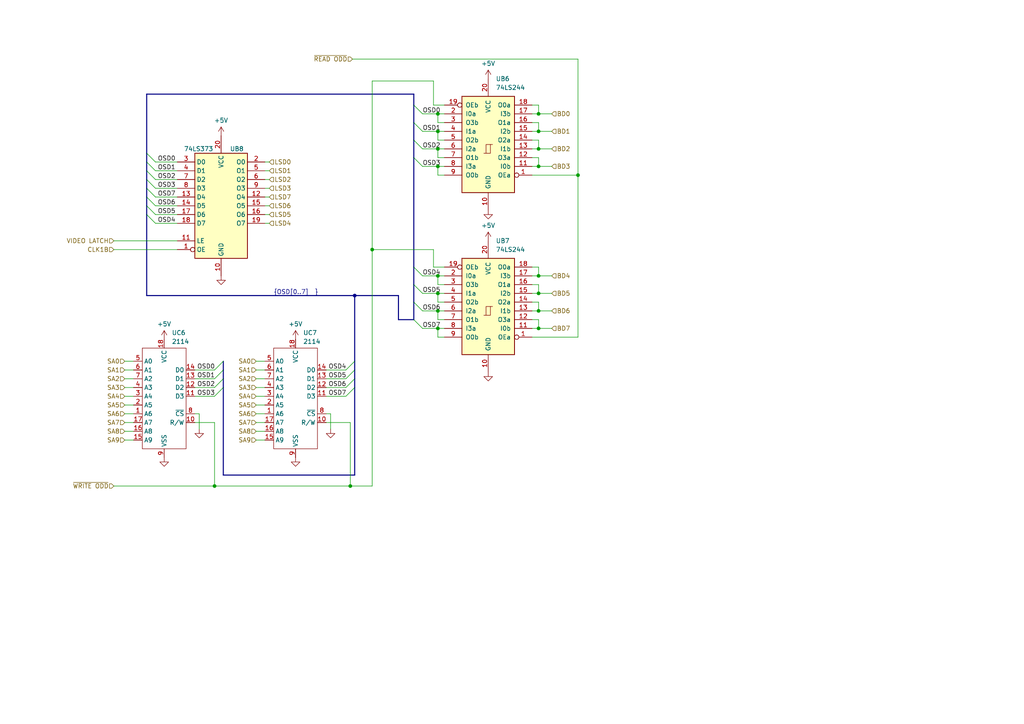
<source format=kicad_sch>
(kicad_sch (version 20250114) (generator "eeschema") (generator_version "9.0")
  (paper "A4")
  (title_block (title "Odd Display RAMs") (rev "E") (company "Commodore") (comment 1 "Logic Diagram Universal PET") (comment 2 "8032081-09") (comment 3 "http://www.zimmers.net/anonftp/pub/cbm/schematics/computers/pet/univ/8032081-09.gif"))
  (lib_symbols
    (symbol "2114_1"
      (property "Reference" "U" (at 8.89 10.16 0))
      (property "Value" "2114" (at -1.27 10.16 0))
      (symbol "2114_1_0_1"
        (rectangle (start -2.54 8.89) (end 10.16 -20.32))
      )
      (symbol "2114_1_1_1"
        (pin input line (at -5.08 5.08 0) (length 2.54) (name "A0") (number "5"))
        (pin input line (at -5.08 2.54 0) (length 2.54) (name "A1") (number "6"))
        (pin input line (at -5.08 0 0) (length 2.54) (name "A2") (number "7"))
        (pin input line (at -5.08 -2.54 0) (length 2.54) (name "A3") (number "4"))
        (pin input line (at -5.08 -5.08 0) (length 2.54) (name "A4") (number "3"))
        (pin input line (at -5.08 -7.62 0) (length 2.54) (name "A5") (number "2"))
        (pin input line (at -5.08 -10.16 0) (length 2.54) (name "A6") (number "1"))
        (pin input line (at -5.08 -12.7 0) (length 2.54) (name "A7") (number "17"))
        (pin input line (at -5.08 -15.24 0) (length 2.54) (name "A8") (number "16"))
        (pin input line (at -5.08 -17.78 0) (length 2.54) (name "A9") (number "15"))
        (pin power_in line (at 3.81 11.43 270) (length 2.54) (name "VCC") (number "18"))
        (pin power_in line (at 3.81 -22.86 90) (length 2.54) (name "VSS") (number "9"))
        (pin bidirectional line (at 12.7 2.54 180) (length 2.54) (name "D0") (number "14"))
        (pin bidirectional line (at 12.7 0 180) (length 2.54) (name "D1") (number "13"))
        (pin bidirectional line (at 12.7 -2.54 180) (length 2.54) (name "D2") (number "12"))
        (pin bidirectional line (at 12.7 -5.08 180) (length 2.54) (name "D3") (number "11"))
        (pin input line (at 12.7 -10.16 180) (length 2.54) (name "~{CS}") (number "8"))
        (pin input line (at 12.7 -12.7 180) (length 2.54) (name "R/W") (number "10"))
      )
    )
    (symbol "74xx:74LS373"
      (property "Reference" "U" (at -7.62 16.51 0))
      (property "Value" "74LS373" (at -7.62 -16.51 0))
      (symbol "74LS373_1_0"
        (pin input line (at -12.7 12.7 0) (length 5.08) (name "D0") (number "3"))
        (pin input line (at -12.7 10.16 0) (length 5.08) (name "D1") (number "4"))
        (pin input line (at -12.7 7.62 0) (length 5.08) (name "D2") (number "7"))
        (pin input line (at -12.7 5.08 0) (length 5.08) (name "D3") (number "8"))
        (pin input line (at -12.7 2.54 0) (length 5.08) (name "D4") (number "13"))
        (pin input line (at -12.7 0 0) (length 5.08) (name "D5") (number "14"))
        (pin input line (at -12.7 -2.54 0) (length 5.08) (name "D6") (number "17"))
        (pin input line (at -12.7 -5.08 0) (length 5.08) (name "D7") (number "18"))
        (pin input line (at -12.7 -10.16 0) (length 5.08) (name "LE") (number "11"))
        (pin input inverted (at -12.7 -12.7 0) (length 5.08) (name "OE") (number "1"))
        (pin power_in line (at 0 20.32 270) (length 5.08) (name "VCC") (number "20"))
        (pin power_in line (at 0 -20.32 90) (length 5.08) (name "GND") (number "10"))
        (pin tri_state line (at 12.7 12.7 180) (length 5.08) (name "O0") (number "2"))
        (pin tri_state line (at 12.7 10.16 180) (length 5.08) (name "O1") (number "5"))
        (pin tri_state line (at 12.7 7.62 180) (length 5.08) (name "O2") (number "6"))
        (pin tri_state line (at 12.7 5.08 180) (length 5.08) (name "O3") (number "9"))
        (pin tri_state line (at 12.7 2.54 180) (length 5.08) (name "O4") (number "12"))
        (pin tri_state line (at 12.7 0 180) (length 5.08) (name "O5") (number "15"))
        (pin tri_state line (at 12.7 -2.54 180) (length 5.08) (name "O6") (number "16"))
        (pin tri_state line (at 12.7 -5.08 180) (length 5.08) (name "O7") (number "19"))
      )
      (symbol "74LS373_1_1"
        (rectangle (start -7.62 15.24) (end 7.62 -15.24) (stroke (width 0.254)) (fill (type background)))
      )
    )
    (symbol "Logic:74LS244" (pin_names (offset 1.016))
      (property "Reference" "U" (at -7.62 16.51 0))
      (property "Value" "74LS244" (at 5.08 16.51 0))
      (symbol "74LS244_1_0"
        (polyline (pts (xy -1.27 -1.27) (xy 0.635 -1.27) (xy 0.635 1.27) (xy 1.27 1.27)))
        (polyline (pts (xy -0.635 -1.27) (xy -0.635 1.27) (xy 0.635 1.27)))
        (pin input inverted (at -12.7 12.7 0) (length 5.08) (name "OEb") (number "19"))
        (pin input line (at -12.7 10.16 0) (length 5.08) (name "I0a") (number "2"))
        (pin tri_state line (at -12.7 7.62 0) (length 5.08) (name "O3b") (number "3"))
        (pin input line (at -12.7 5.08 0) (length 5.08) (name "I1a") (number "4"))
        (pin tri_state line (at -12.7 2.54 0) (length 5.08) (name "O2b") (number "5"))
        (pin input line (at -12.7 0 0) (length 5.08) (name "I2a") (number "6"))
        (pin tri_state line (at -12.7 -2.54 0) (length 5.08) (name "O1b") (number "7"))
        (pin input line (at -12.7 -5.08 0) (length 5.08) (name "I3a") (number "8"))
        (pin tri_state line (at -12.7 -7.62 0) (length 5.08) (name "O0b") (number "9"))
        (pin power_in line (at 0 20.32 270) (length 5.08) (name "VCC") (number "20"))
        (pin power_in line (at 0 -17.78 90) (length 5.08) (name "GND") (number "10"))
        (pin tri_state line (at 12.7 12.7 180) (length 5.08) (name "O0a") (number "18"))
        (pin input line (at 12.7 10.16 180) (length 5.08) (name "I3b") (number "17"))
        (pin tri_state line (at 12.7 7.62 180) (length 5.08) (name "O1a") (number "16"))
        (pin input line (at 12.7 5.08 180) (length 5.08) (name "I2b") (number "15"))
        (pin tri_state line (at 12.7 2.54 180) (length 5.08) (name "O2a") (number "14"))
        (pin input line (at 12.7 0 180) (length 5.08) (name "I1b") (number "13"))
        (pin tri_state line (at 12.7 -2.54 180) (length 5.08) (name "O3a") (number "12"))
        (pin input line (at 12.7 -5.08 180) (length 5.08) (name "I0b") (number "11"))
        (pin input inverted (at 12.7 -7.62 180) (length 5.08) (name "OEa") (number "1"))
      )
      (symbol "74LS244_1_1"
        (rectangle (start -7.62 15.24) (end 7.62 -12.7) (stroke (width 0.254)) (fill (type background)))
      )
    )
    (symbol "power:+5V" (power) (pin_names (offset 0))
      (property "Value" "+5V" (at 0 3.556 0))
      (symbol "+5V_0_1"
        (polyline (pts (xy -0.762 1.27) (xy 0 2.54)))
        (polyline (pts (xy 0 2.54) (xy 0.762 1.27)))
        (polyline (pts (xy 0 0) (xy 0 2.54)))
      )
      (symbol "+5V_1_1"
        (pin power_in line (at 0 0 90) (length 0) (hide yes) (name "+5V") (number "1"))
      )
    )
    (symbol "power:GND" (power) (pin_names (offset 0))
      (property "Value" "GND" (at 0 -3.81 0))
      (symbol "GND_0_1"
        (polyline (pts (xy 0 0) (xy 0 -1.27) (xy 1.27 -1.27) (xy 0 -2.54) (xy -1.27 -1.27) (xy 0 -1.27)))
      )
      (symbol "GND_1_1"
        (pin power_in line (at 0 0 270) (length 0) (hide yes) (name "GND") (number "1"))
      )
    )
  )
  (junction (at 156.21 43.18))
  (junction (at 127 85.09))
  (junction (at 156.21 33.02))
  (junction (at 101.6 140.97))
  (junction (at 127 80.01))
  (junction (at 156.21 80.01))
  (junction (at 167.64 50.8))
  (junction (at 102.87 85.725))
  (junction (at 156.21 90.17))
  (junction (at 127 33.02))
  (junction (at 156.21 48.26))
  (junction (at 127 43.18))
  (junction (at 156.21 38.1))
  (junction (at 127 48.26))
  (junction (at 107.95 72.39))
  (junction (at 127 95.25))
  (junction (at 62.23 140.97))
  (junction (at 127 90.17))
  (junction (at 127 38.1))
  (junction (at 156.21 95.25))
  (junction (at 156.21 85.09))
  (bus_entry (at 42.545 44.45) (size 2.54 2.54))
  (bus_entry (at 120.015 87.63) (size 2.54 2.54))
  (bus_entry (at 42.545 62.23) (size 2.54 2.54))
  (bus_entry (at 100.33 114.935) (size 2.54 -2.54))
  (bus_entry (at 120.015 40.64) (size 2.54 2.54))
  (bus_entry (at 42.545 59.69) (size 2.54 2.54))
  (bus_entry (at 62.23 109.855) (size 2.54 -2.54))
  (bus_entry (at 62.23 112.395) (size 2.54 -2.54))
  (bus_entry (at 62.23 114.935) (size 2.54 -2.54))
  (bus_entry (at 62.23 107.315) (size 2.54 -2.54))
  (bus_entry (at 100.33 109.855) (size 2.54 -2.54))
  (bus_entry (at 120.015 82.55) (size 2.54 2.54))
  (bus_entry (at 42.545 57.15) (size 2.54 2.54))
  (bus_entry (at 42.545 46.99) (size 2.54 2.54))
  (bus_entry (at 42.545 49.53) (size 2.54 2.54))
  (bus_entry (at 120.015 92.71) (size 2.54 2.54))
  (bus_entry (at 120.015 45.72) (size 2.54 2.54))
  (bus_entry (at 100.33 107.315) (size 2.54 -2.54))
  (bus_entry (at 120.015 35.56) (size 2.54 2.54))
  (bus_entry (at 42.545 54.61) (size 2.54 2.54))
  (bus_entry (at 100.33 112.395) (size 2.54 -2.54))
  (bus_entry (at 120.015 77.47) (size 2.54 2.54))
  (bus_entry (at 42.545 52.07) (size 2.54 2.54))
  (bus_entry (at 120.015 30.48) (size 2.54 2.54))
  (bus (pts (xy 115.57 85.725) (xy 115.57 92.71)))
  (wire (pts (xy 45.085 64.77) (xy 51.435 64.77)))
  (wire (pts (xy 78.105 57.15) (xy 76.835 57.15)))
  (bus (pts (xy 42.545 59.69) (xy 42.545 62.23)))
  (wire (pts (xy 127 85.09) (xy 127 87.63)))
  (wire (pts (xy 122.555 33.02) (xy 127 33.02)))
  (wire (pts (xy 154.305 90.17) (xy 156.21 90.17)))
  (wire (pts (xy 107.95 72.39) (xy 125.73 72.39)))
  (wire (pts (xy 125.73 30.48) (xy 128.905 30.48)))
  (wire (pts (xy 57.785 124.46) (xy 57.785 120.015)))
  (wire (pts (xy 156.21 95.25) (xy 160.02 95.25)))
  (wire (pts (xy 127 90.17) (xy 128.905 90.17)))
  (wire (pts (xy 94.615 114.935) (xy 100.33 114.935)))
  (wire (pts (xy 122.555 48.26) (xy 127 48.26)))
  (wire (pts (xy 94.615 107.315) (xy 100.33 107.315)))
  (wire (pts (xy 127 90.17) (xy 127 92.71)))
  (wire (pts (xy 94.615 109.855) (xy 100.33 109.855)))
  (wire (pts (xy 156.21 87.63) (xy 156.21 90.17)))
  (wire (pts (xy 127 43.18) (xy 128.905 43.18)))
  (wire (pts (xy 36.195 122.555) (xy 38.735 122.555)))
  (wire (pts (xy 156.21 85.09) (xy 160.02 85.09)))
  (wire (pts (xy 156.21 33.02) (xy 160.02 33.02)))
  (wire (pts (xy 127 87.63) (xy 128.905 87.63)))
  (wire (pts (xy 154.305 92.71) (xy 156.21 92.71)))
  (wire (pts (xy 154.305 77.47) (xy 156.21 77.47)))
  (wire (pts (xy 36.195 114.935) (xy 38.735 114.935)))
  (wire (pts (xy 156.21 40.64) (xy 156.21 43.18)))
  (bus (pts (xy 120.015 87.63) (xy 120.015 82.55)))
  (wire (pts (xy 78.105 49.53) (xy 76.835 49.53)))
  (wire (pts (xy 74.295 109.855) (xy 76.835 109.855)))
  (bus (pts (xy 102.87 109.855) (xy 102.87 112.395)))
  (wire (pts (xy 156.21 45.72) (xy 156.21 48.26)))
  (wire (pts (xy 74.295 120.015) (xy 76.835 120.015)))
  (wire (pts (xy 127 43.18) (xy 127 45.72)))
  (wire (pts (xy 127 95.25) (xy 127 97.79)))
  (wire (pts (xy 128.905 48.26) (xy 127 48.26)))
  (wire (pts (xy 156.21 35.56) (xy 156.21 38.1)))
  (wire (pts (xy 127 50.8) (xy 128.905 50.8)))
  (bus (pts (xy 42.545 44.45) (xy 42.545 46.99)))
  (wire (pts (xy 127 97.79) (xy 128.905 97.79)))
  (wire (pts (xy 156.21 30.48) (xy 156.21 33.02)))
  (wire (pts (xy 156.21 95.25) (xy 154.305 95.25)))
  (wire (pts (xy 107.95 72.39) (xy 107.95 23.495)))
  (bus (pts (xy 120.015 30.48) (xy 120.015 27.305)))
  (wire (pts (xy 127 45.72) (xy 128.905 45.72)))
  (wire (pts (xy 101.6 122.555) (xy 101.6 140.97)))
  (wire (pts (xy 125.73 77.47) (xy 125.73 72.39)))
  (wire (pts (xy 156.21 90.17) (xy 160.02 90.17)))
  (wire (pts (xy 56.515 107.315) (xy 62.23 107.315)))
  (wire (pts (xy 167.64 50.8) (xy 154.305 50.8)))
  (wire (pts (xy 78.105 46.99) (xy 76.835 46.99)))
  (bus (pts (xy 64.77 104.775) (xy 64.77 107.315)))
  (wire (pts (xy 107.95 140.97) (xy 107.95 72.39)))
  (wire (pts (xy 33.02 140.97) (xy 62.23 140.97)))
  (bus (pts (xy 64.77 112.395) (xy 64.77 137.795)))
  (wire (pts (xy 36.195 125.095) (xy 38.735 125.095)))
  (wire (pts (xy 78.105 52.07) (xy 76.835 52.07)))
  (wire (pts (xy 36.195 112.395) (xy 38.735 112.395)))
  (bus (pts (xy 102.87 104.775) (xy 102.87 107.315)))
  (bus (pts (xy 42.545 54.61) (xy 42.545 57.15)))
  (wire (pts (xy 36.195 120.015) (xy 38.735 120.015)))
  (bus (pts (xy 102.87 112.395) (xy 102.87 137.795)))
  (wire (pts (xy 45.085 62.23) (xy 51.435 62.23)))
  (wire (pts (xy 78.105 59.69) (xy 76.835 59.69)))
  (wire (pts (xy 156.21 43.18) (xy 160.02 43.18)))
  (bus (pts (xy 42.545 85.725) (xy 102.87 85.725)))
  (wire (pts (xy 156.21 80.01) (xy 154.305 80.01)))
  (wire (pts (xy 156.21 48.26) (xy 154.305 48.26)))
  (wire (pts (xy 128.905 33.02) (xy 127 33.02)))
  (wire (pts (xy 45.085 54.61) (xy 51.435 54.61)))
  (bus (pts (xy 42.545 62.23) (xy 42.545 85.725)))
  (wire (pts (xy 94.615 112.395) (xy 100.33 112.395)))
  (wire (pts (xy 62.23 140.97) (xy 62.23 122.555)))
  (bus (pts (xy 120.015 77.47) (xy 120.015 45.72)))
  (wire (pts (xy 45.085 57.15) (xy 51.435 57.15)))
  (bus (pts (xy 42.545 52.07) (xy 42.545 54.61)))
  (bus (pts (xy 120.015 35.56) (xy 120.015 30.48)))
  (wire (pts (xy 57.785 120.015) (xy 56.515 120.015)))
  (wire (pts (xy 45.085 59.69) (xy 51.435 59.69)))
  (wire (pts (xy 74.295 104.775) (xy 76.835 104.775)))
  (wire (pts (xy 78.105 62.23) (xy 76.835 62.23)))
  (wire (pts (xy 45.085 46.99) (xy 51.435 46.99)))
  (wire (pts (xy 127 92.71) (xy 128.905 92.71)))
  (bus (pts (xy 42.545 49.53) (xy 42.545 52.07)))
  (wire (pts (xy 154.305 40.64) (xy 156.21 40.64)))
  (bus (pts (xy 102.87 85.725) (xy 102.87 104.775)))
  (wire (pts (xy 62.23 122.555) (xy 56.515 122.555)))
  (wire (pts (xy 62.23 140.97) (xy 101.6 140.97)))
  (wire (pts (xy 167.64 97.79) (xy 167.64 50.8)))
  (bus (pts (xy 120.015 45.72) (xy 120.015 40.64)))
  (wire (pts (xy 101.6 140.97) (xy 107.95 140.97)))
  (wire (pts (xy 33.02 69.85) (xy 51.435 69.85)))
  (wire (pts (xy 74.295 117.475) (xy 76.835 117.475)))
  (wire (pts (xy 74.295 127.635) (xy 76.835 127.635)))
  (wire (pts (xy 74.295 122.555) (xy 76.835 122.555)))
  (wire (pts (xy 127 82.55) (xy 128.905 82.55)))
  (wire (pts (xy 74.295 125.095) (xy 76.835 125.095)))
  (wire (pts (xy 127 33.02) (xy 127 35.56)))
  (wire (pts (xy 95.885 124.46) (xy 95.885 120.015)))
  (bus (pts (xy 42.545 27.305) (xy 42.545 44.45)))
  (wire (pts (xy 154.305 45.72) (xy 156.21 45.72)))
  (wire (pts (xy 127 35.56) (xy 128.905 35.56)))
  (wire (pts (xy 122.555 43.18) (xy 127 43.18)))
  (bus (pts (xy 115.57 92.71) (xy 120.015 92.71)))
  (wire (pts (xy 122.555 80.01) (xy 127 80.01)))
  (wire (pts (xy 56.515 109.855) (xy 62.23 109.855)))
  (wire (pts (xy 122.555 95.25) (xy 127 95.25)))
  (wire (pts (xy 76.835 64.77) (xy 78.105 64.77)))
  (bus (pts (xy 42.545 46.99) (xy 42.545 49.53)))
  (wire (pts (xy 156.21 38.1) (xy 154.305 38.1)))
  (wire (pts (xy 154.305 35.56) (xy 156.21 35.56)))
  (bus (pts (xy 120.015 92.71) (xy 120.015 87.63)))
  (wire (pts (xy 122.555 90.17) (xy 127 90.17)))
  (wire (pts (xy 156.21 33.02) (xy 154.305 33.02)))
  (wire (pts (xy 154.305 82.55) (xy 156.21 82.55)))
  (wire (pts (xy 128.905 95.25) (xy 127 95.25)))
  (wire (pts (xy 45.085 52.07) (xy 51.435 52.07)))
  (bus (pts (xy 102.87 85.725) (xy 115.57 85.725)))
  (wire (pts (xy 36.195 107.315) (xy 38.735 107.315)))
  (wire (pts (xy 156.21 92.71) (xy 156.21 95.25)))
  (wire (pts (xy 45.085 49.53) (xy 51.435 49.53)))
  (wire (pts (xy 36.195 109.855) (xy 38.735 109.855)))
  (wire (pts (xy 95.885 120.015) (xy 94.615 120.015)))
  (wire (pts (xy 127 40.64) (xy 128.905 40.64)))
  (wire (pts (xy 94.615 122.555) (xy 101.6 122.555)))
  (wire (pts (xy 167.64 17.145) (xy 167.64 50.8)))
  (wire (pts (xy 102.235 17.145) (xy 167.64 17.145)))
  (wire (pts (xy 128.905 80.01) (xy 127 80.01)))
  (wire (pts (xy 78.105 54.61) (xy 76.835 54.61)))
  (bus (pts (xy 64.77 107.315) (xy 64.77 109.855)))
  (wire (pts (xy 154.305 97.79) (xy 167.64 97.79)))
  (wire (pts (xy 127 38.1) (xy 127 40.64)))
  (wire (pts (xy 154.305 87.63) (xy 156.21 87.63)))
  (wire (pts (xy 127 48.26) (xy 127 50.8)))
  (wire (pts (xy 154.305 43.18) (xy 156.21 43.18)))
  (wire (pts (xy 156.21 77.47) (xy 156.21 80.01)))
  (wire (pts (xy 156.21 48.26) (xy 160.02 48.26)))
  (wire (pts (xy 122.555 38.1) (xy 127 38.1)))
  (wire (pts (xy 156.21 38.1) (xy 160.02 38.1)))
  (wire (pts (xy 107.95 23.495) (xy 125.73 23.495)))
  (wire (pts (xy 128.905 38.1) (xy 127 38.1)))
  (wire (pts (xy 122.555 85.09) (xy 127 85.09)))
  (bus (pts (xy 64.77 109.855) (xy 64.77 112.395)))
  (bus (pts (xy 120.015 82.55) (xy 120.015 77.47)))
  (wire (pts (xy 156.21 85.09) (xy 154.305 85.09)))
  (bus (pts (xy 102.87 107.315) (xy 102.87 109.855)))
  (wire (pts (xy 36.195 117.475) (xy 38.735 117.475)))
  (bus (pts (xy 42.545 57.15) (xy 42.545 59.69)))
  (wire (pts (xy 33.02 72.39) (xy 51.435 72.39)))
  (bus (pts (xy 120.015 27.305) (xy 42.545 27.305)))
  (wire (pts (xy 36.195 127.635) (xy 38.735 127.635)))
  (wire (pts (xy 154.305 30.48) (xy 156.21 30.48)))
  (wire (pts (xy 127 80.01) (xy 127 82.55)))
  (wire (pts (xy 156.21 82.55) (xy 156.21 85.09)))
  (wire (pts (xy 56.515 112.395) (xy 62.23 112.395)))
  (wire (pts (xy 128.905 85.09) (xy 127 85.09)))
  (wire (pts (xy 125.73 23.495) (xy 125.73 30.48)))
  (wire (pts (xy 128.905 77.47) (xy 125.73 77.47)))
  (bus (pts (xy 120.015 40.64) (xy 120.015 35.56)))
  (wire (pts (xy 74.295 112.395) (xy 76.835 112.395)))
  (wire (pts (xy 156.21 80.01) (xy 160.02 80.01)))
  (wire (pts (xy 74.295 107.315) (xy 76.835 107.315)))
  (wire (pts (xy 56.515 114.935) (xy 62.23 114.935)))
  (bus (pts (xy 64.77 137.795) (xy 102.87 137.795)))
  (wire (pts (xy 36.195 104.775) (xy 38.735 104.775)))
  (wire (pts (xy 74.295 114.935) (xy 76.835 114.935)))
  (label "OSD6" (at 122.555 90.17 0))
  (label "OSD2" (at 45.72 52.07 0))
  (label "OSD4" (at 122.555 80.01 0))
  (label "OSD5" (at 95.25 109.855 0))
  (label "OSD0" (at 57.15 107.315 0))
  (label "OSD2" (at 57.15 112.395 0))
  (label "OSD5" (at 45.72 62.23 0))
  (label "OSD0" (at 122.555 33.02 0))
  (label "OSD5" (at 122.555 85.09 0))
  (label "OSD3" (at 122.555 48.26 0))
  (label "OSD1" (at 45.72 49.53 0))
  (label "OSD1" (at 57.15 109.855 0))
  (label "OSD7" (at 122.555 95.25 0))
  (label "OSD3" (at 45.72 54.61 0))
  (label "OSD2" (at 122.555 43.18 0))
  (label "OSD0" (at 45.72 46.99 0))
  (label "OSD6" (at 95.25 112.395 0))
  (label "OSD6" (at 45.72 59.69 0))
  (label "OSD4" (at 45.72 64.77 0))
  (label "OSD3" (at 57.15 114.935 0))
  (label "OSD1" (at 122.555 38.1 0))
  (label "OSD4" (at 95.25 107.315 0))
  (label "OSD7" (at 95.25 114.935 0))
  (label "{OSD[0..7]  }" (at 79.375 85.725 0))
  (label "OSD7" (at 45.72 57.15 0))
  (hierarchical_label "SA4" (shape input) (at 36.195 114.935 180))
  (hierarchical_label "LSD4" (shape input) (at 78.105 64.77 0))
  (hierarchical_label "~{READ ODD}" (shape input) (at 102.235 17.145 180))
  (hierarchical_label "SA2" (shape input) (at 36.195 109.855 180))
  (hierarchical_label "SA3" (shape input) (at 36.195 112.395 180))
  (hierarchical_label "BD5" (shape input) (at 160.02 85.09 0))
  (hierarchical_label "SA6" (shape input) (at 36.195 120.015 180))
  (hierarchical_label "BD0" (shape input) (at 160.02 33.02 0))
  (hierarchical_label "SA3" (shape input) (at 74.295 112.395 180))
  (hierarchical_label "SA6" (shape input) (at 74.295 120.015 180))
  (hierarchical_label "SA0" (shape input) (at 36.195 104.775 180))
  (hierarchical_label "LSD6" (shape input) (at 78.105 59.69 0))
  (hierarchical_label "LSD3" (shape input) (at 78.105 54.61 0))
  (hierarchical_label "SA9" (shape input) (at 74.295 127.635 180))
  (hierarchical_label "SA9" (shape input) (at 36.195 127.635 180))
  (hierarchical_label "BD3" (shape input) (at 160.02 48.26 0))
  (hierarchical_label "SA5" (shape input) (at 74.295 117.475 180))
  (hierarchical_label "SA1" (shape input) (at 74.295 107.315 180))
  (hierarchical_label "LSD2" (shape input) (at 78.105 52.07 0))
  (hierarchical_label "BD6" (shape input) (at 160.02 90.17 0))
  (hierarchical_label "~{WRITE ODD}" (shape input) (at 33.02 140.97 180))
  (hierarchical_label "SA7" (shape input) (at 74.295 122.555 180))
  (hierarchical_label "SA7" (shape input) (at 36.195 122.555 180))
  (hierarchical_label "LSD5" (shape input) (at 78.105 62.23 0))
  (hierarchical_label "BD4" (shape input) (at 160.02 80.01 0))
  (hierarchical_label "BD1" (shape input) (at 160.02 38.1 0))
  (hierarchical_label "SA4" (shape input) (at 74.295 114.935 180))
  (hierarchical_label "LSD1" (shape input) (at 78.105 49.53 0))
  (hierarchical_label "CLK1B" (shape input) (at 33.02 72.39 180))
  (hierarchical_label "SA8" (shape input) (at 74.295 125.095 180))
  (hierarchical_label "SA5" (shape input) (at 36.195 117.475 180))
  (hierarchical_label "BD7" (shape input) (at 160.02 95.25 0))
  (hierarchical_label "SA1" (shape input) (at 36.195 107.315 180))
  (hierarchical_label "SA0" (shape input) (at 74.295 104.775 180))
  (hierarchical_label "SA8" (shape input) (at 36.195 125.095 180))
  (hierarchical_label "LSD7" (shape input) (at 78.105 57.15 0))
  (hierarchical_label "VIDEO LATCH" (shape input) (at 33.02 69.85 180))
  (hierarchical_label "SA2" (shape input) (at 74.295 109.855 180))
  (hierarchical_label "BD2" (shape input) (at 160.02 43.18 0))
  (hierarchical_label "LSD0" (shape input) (at 78.105 46.99 0))
  (symbol (lib_id "power:GND") (at 141.605 60.96 0) (unit 1)
    (property "Reference" "#PWR0269" (effects (hide yes)))
    (property "Value" "GND" (effects (hide yes)))
  )
  (symbol (lib_id "power:+5V") (at 141.605 22.86 0) (unit 1)
    (property "Reference" "#PWR0263" (effects (hide yes)))
    (property "Value" "+5V" (at 141.605 18.415 0))
  )
  (symbol (lib_id "Logic:74LS244") (at 141.605 43.18 0) (unit 1)
    (property "Reference" "UB6" (at 143.7991 22.86 0) (effects (justify left)))
    (property "Value" "74LS244" (at 143.7991 25.4 0) (effects (justify left)))
    (property "Footprint" "Package_DIP:DIP-20_W7.62mm" (effects (hide yes)))
    (property "Datasheet" "http://www.ti.com/lit/ds/symlink/sn74ls244.pdf" (effects (hide yes)))
  )
  (symbol (lib_id "power:GND") (at 95.885 124.46 0) (unit 1)
    (property "Reference" "#PWR0274" (effects (hide yes)))
    (property "Value" "GND" (effects (hide yes)))
  )
  (symbol (lib_id "Logic:74LS244") (at 141.605 90.17 0) (unit 1)
    (property "Reference" "UB7" (at 143.7991 69.85 0) (effects (justify left)))
    (property "Value" "74LS244" (at 143.7991 72.39 0) (effects (justify left)))
    (property "Footprint" "Package_DIP:DIP-20_W7.62mm" (effects (hide yes)))
    (property "Datasheet" "http://www.ti.com/lit/ds/symlink/sn74ls244.pdf" (effects (hide yes)))
  )
  (symbol (lib_name "2114_1") (lib_id "RAM:2114") (at 43.815 109.855 0) (unit 1)
    (property "Reference" "UC6" (at 49.8191 96.52 0) (effects (justify left)))
    (property "Value" "2114" (at 49.8191 99.06 0) (effects (justify left)))
    (property "Footprint" "Package_DIP:DIP-18_W7.62mm" (effects (hide yes)))
  )
  (symbol (lib_id "power:+5V") (at 47.625 98.425 0) (unit 1)
    (property "Reference" "#PWR0266" (effects (hide yes)))
    (property "Value" "+5V" (at 47.625 93.98 0))
  )
  (symbol (lib_name "2114_1") (lib_id "RAM:2114") (at 81.915 109.855 0) (unit 1)
    (property "Reference" "UC7" (at 87.9191 96.52 0) (effects (justify left)))
    (property "Value" "2114" (at 87.9191 99.06 0) (effects (justify left)))
    (property "Footprint" "Package_DIP:DIP-18_W7.62mm" (effects (hide yes)))
  )
  (symbol (lib_id "power:GND") (at 47.625 132.715 0) (unit 1)
    (property "Reference" "#PWR0272" (effects (hide yes)))
    (property "Value" "GND" (effects (hide yes)))
  )
  (symbol (lib_id "power:GND") (at 64.135 80.01 0) (unit 1)
    (property "Reference" "#PWR0271" (effects (hide yes)))
    (property "Value" "GND" (effects (hide yes)))
  )
  (symbol (lib_id "power:GND") (at 85.725 132.715 0) (unit 1)
    (property "Reference" "#PWR0273" (effects (hide yes)))
    (property "Value" "GND" (effects (hide yes)))
  )
  (symbol (lib_id "power:GND") (at 57.785 124.46 0) (unit 1)
    (property "Reference" "#PWR0270" (effects (hide yes)))
    (property "Value" "GND" (effects (hide yes)))
  )
  (symbol (lib_id "power:+5V") (at 64.135 39.37 0) (unit 1)
    (property "Reference" "#PWR0267" (effects (hide yes)))
    (property "Value" "+5V" (at 64.135 34.925 0))
  )
  (symbol (lib_id "power:GND") (at 141.605 107.95 0) (unit 1)
    (property "Reference" "#PWR0268" (effects (hide yes)))
    (property "Value" "GND" (effects (hide yes)))
  )
  (symbol (lib_id "74xx:74LS373") (at 64.135 59.69 0) (unit 1)
    (property "Reference" "UB8" (at 66.675 43.18 0) (effects (justify left)))
    (property "Value" "74LS373" (at 53.34 43.18 0) (effects (justify left)))
    (property "Footprint" "Package_DIP:DIP-20_W7.62mm" (effects (hide yes)))
    (property "Datasheet" "http://www.ti.com/lit/gpn/sn74LS373" (effects (hide yes)))
  )
  (symbol (lib_id "power:+5V") (at 85.725 98.425 0) (unit 1)
    (property "Reference" "#PWR0265" (effects (hide yes)))
    (property "Value" "+5V" (at 85.725 93.98 0))
  )
  (symbol (lib_id "power:+5V") (at 141.605 69.85 0) (unit 1)
    (property "Reference" "#PWR0264" (effects (hide yes)))
    (property "Value" "+5V" (at 141.605 65.405 0))
  )
)
</source>
